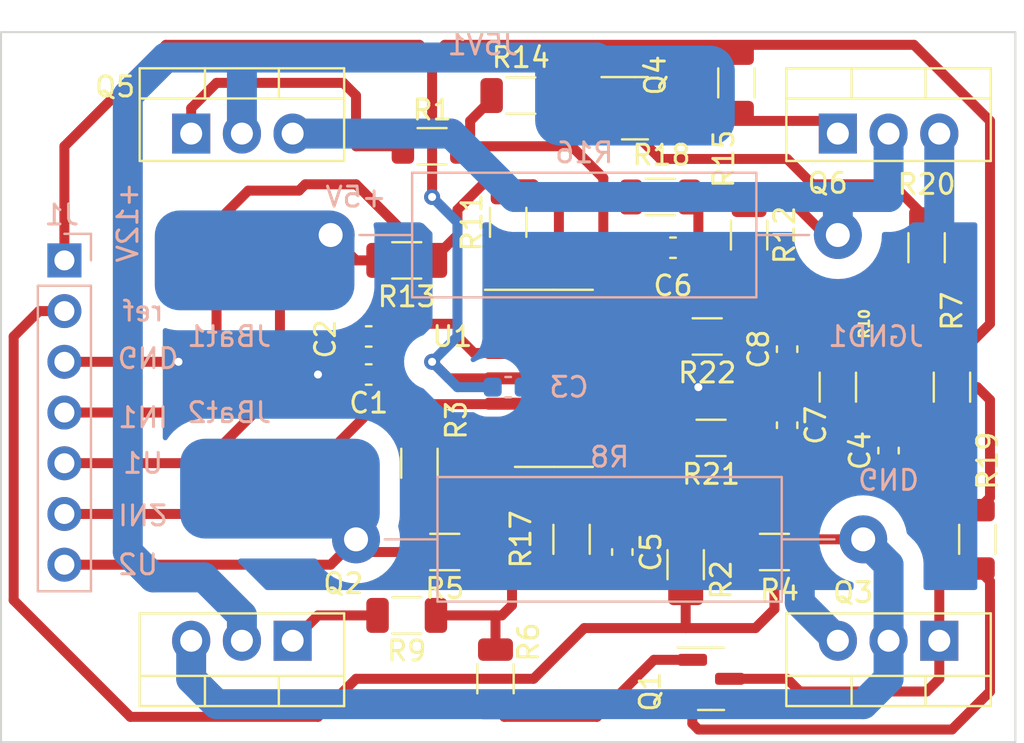
<source format=kicad_pcb>
(kicad_pcb (version 20211014) (generator pcbnew)
  (layers (0 "F.Cu" signal) (31 "B.Cu" signal) (34 "B.Paste" user) (35 "F.Paste" user) (36 "B.SilkS" user "B.Silkscreen") (37 "F.SilkS" user "F.Silkscreen") (38 "B.Mask" user) (39 "F.Mask" user) (44 "Edge.Cuts" user))
  (net 0 "")
  (net 1 "+5V")
  (net 2 "Net-(Q2-Pad3)")
  (net 3 "GND")
  (net 4 "Net-(Q5-Pad3)")
  (net 5 "Net-(Q1-Pad1)")
  (net 6 "+12V")
  (net 7 "Net-(Q4-Pad1)")
  (net 8 "Net-(R1-Pad2)")
  (net 9 "IN2")
  (net 10 "IN1")
  (net 11 "ref")
  (net 12 "U1")
  (net 13 "U2")
  (net 14 "Net-(C5-Pad1)")
  (net 15 "Net-(R21-Pad2)")
  (net 16 "Net-(C6-Pad1)")
  (net 17 "Net-(R11-Pad2)")
  (net 18 "Net-(R3-Pad1)")
  (net 19 "Net-(R11-Pad1)")
  (net 20 "Net-(Q5-Pad1)")
  (net 21 "Net-(Q1-Pad3)")
  (net 22 "Net-(Q4-Pad3)")
  (net 23 "Net-(C5-Pad2)")
  (net 24 "Net-(C6-Pad2)")
  (net 25 "Net-(Q1-Pad2)")
  (net 26 "Net-(Q2-Pad1)")
  (net 27 "Net-(Q4-Pad2)")
  (net 28 "Net-(R17-Pad1)")
  (net 29 "Net-(C7-Pad2)")
  (net 30 "Net-(C8-Pad2)")
  (footprint "Resistor_SMD:R_1206_3216Metric" (layer "F.Cu") (at 170.815 103.505)
    (fp_text reference "R4" (at 0.254 1.905) (layer "F.SilkS"))
    (fp_text value "10k")
    (pad "1" smd roundrect (at -1.4625 0) (size 1.125 1.75) (layers "F.Cu" "F.Paste" "F.Mask") (roundrect_rratio 0.2222222222) (net 14 "Net-(C5-Pad1)"))
    (pad "2" smd roundrect (at 1.4625 0) (size 1.125 1.75) (layers "F.Cu" "F.Paste" "F.Mask") (roundrect_rratio 0.2222222222) (net 2 "Net-(Q2-Pad3)"))
  )
  (footprint "Resistor_SMD:R_1206_3216Metric" (layer "F.Cu") (at 152.4 88.9 180)
    (fp_text reference "R13" (at 0 -1.82) (layer "F.SilkS"))
    (fp_text value "10k")
    (pad "1" smd roundrect (at -1.4625 0 180) (size 1.125 1.75) (layers "F.Cu" "F.Paste" "F.Mask") (roundrect_rratio 0.2222222222) (net 17 "Net-(R11-Pad2)"))
    (pad "2" smd roundrect (at 1.4625 0 180) (size 1.125 1.75) (layers "F.Cu" "F.Paste" "F.Mask") (roundrect_rratio 0.2222222222) (net 12 "U1"))
  )
  (footprint "Resistor_SMD:R_1206_3216Metric" (layer "F.Cu") (at 180.975 102.87 -90)
    (fp_text reference "R19" (at -3.937 -0.508 90) (layer "F.SilkS"))
    (fp_text value "2.2k")
    (pad "1" smd roundrect (at -1.4625 0 270) (size 1.125 1.75) (layers "F.Cu" "F.Paste" "F.Mask") (roundrect_rratio 0.2222222222) (net 3 "GND"))
    (pad "2" smd roundrect (at 1.4625 0 270) (size 1.125 1.75) (layers "F.Cu" "F.Paste" "F.Mask") (roundrect_rratio 0.2222222222) (net 25 "Net-(Q1-Pad2)"))
  )
  (footprint "Package_SO:SOIC-14_3.9x8.7mm_P1.27mm" (layer "F.Cu") (at 159.77 94.8075)
    (fp_text reference "U1" (at -5.084 -2.0975) (layer "F.SilkS"))
    (fp_text value "LM324")
    (pad "1" smd roundrect (at -2.475 -3.81) (size 1.95 0.6) (layers "F.Cu" "F.Paste" "F.Mask") (net 19 "Net-(R11-Pad1)"))
    (pad "2" smd roundrect (at -2.475 -2.54) (size 1.95 0.6) (layers "F.Cu" "F.Paste" "F.Mask") (net 19 "Net-(R11-Pad1)"))
    (pad "3" smd roundrect (at -2.475 -1.27) (size 1.95 0.6) (layers "F.Cu" "F.Paste" "F.Mask") (net 10 "IN1"))
    (pad "4" smd roundrect (at -2.475 0) (size 1.95 0.6) (layers "F.Cu" "F.Paste" "F.Mask") (net 6 "+12V"))
    (pad "5" smd roundrect (at -2.475 1.27) (size 1.95 0.6) (layers "F.Cu" "F.Paste" "F.Mask") (net 9 "IN2"))
    (pad "6" smd roundrect (at -2.475 2.54) (size 1.95 0.6) (layers "F.Cu" "F.Paste" "F.Mask") (net 18 "Net-(R3-Pad1)"))
    (pad "7" smd roundrect (at -2.475 3.81) (size 1.95 0.6) (layers "F.Cu" "F.Paste" "F.Mask") (net 18 "Net-(R3-Pad1)"))
    (pad "8" smd roundrect (at 2.475 3.81) (size 1.95 0.6) (layers "F.Cu" "F.Paste" "F.Mask") (net 28 "Net-(R17-Pad1)"))
    (pad "9" smd roundrect (at 2.475 2.54) (size 1.95 0.6) (layers "F.Cu" "F.Paste" "F.Mask") (net 14 "Net-(C5-Pad1)"))
    (pad "10" smd roundrect (at 2.475 1.27) (size 1.95 0.6) (layers "F.Cu" "F.Paste" "F.Mask") (net 15 "Net-(R21-Pad2)"))
    (pad "11" smd roundrect (at 2.475 0) (size 1.95 0.6) (layers "F.Cu" "F.Paste" "F.Mask") (net 3 "GND"))
    (pad "12" smd roundrect (at 2.475 -1.27) (size 1.95 0.6) (layers "F.Cu" "F.Paste" "F.Mask") (net 17 "Net-(R11-Pad2)"))
    (pad "13" smd roundrect (at 2.475 -2.54) (size 1.95 0.6) (layers "F.Cu" "F.Paste" "F.Mask") (net 16 "Net-(C6-Pad1)"))
    (pad "14" smd roundrect (at 2.475 -3.81) (size 1.95 0.6) (layers "F.Cu" "F.Paste" "F.Mask") (net 8 "Net-(R1-Pad2)"))
  )
  (footprint "Resistor_SMD:R_1206_3216Metric" (layer "F.Cu") (at 165.1 85.725)
    (fp_text reference "R18" (at 0.0575 -2.0975) (layer "F.SilkS"))
    (fp_text value "22k")
    (pad "1" smd roundrect (at -1.4625 0) (size 1.125 1.75) (layers "F.Cu" "F.Paste" "F.Mask") (roundrect_rratio 0.2222222222) (net 8 "Net-(R1-Pad2)"))
    (pad "2" smd roundrect (at 1.4625 0) (size 1.125 1.75) (layers "F.Cu" "F.Paste" "F.Mask") (roundrect_rratio 0.2222222222) (net 24 "Net-(C6-Pad2)"))
  )
  (footprint "Package_TO_SOT_THT:TO-220-3_Vertical" (layer "F.Cu") (at 141.605 82.55)
    (fp_text reference "Q5" (at -3.81 -2.342) (layer "F.SilkS"))
    (fp_text value "IRF3205")
    (pad "1" thru_hole rect (at 0 0) (size 1.905 2) (drill 1.1) (layers *.Cu *.Mask) (net 20 "Net-(Q5-Pad1)"))
    (pad "2" thru_hole oval (at 2.54 0) (size 1.905 2) (drill 1.1) (layers *.Cu *.Mask) (net 1 "+5V"))
    (pad "3" thru_hole oval (at 5.08 0) (size 1.905 2) (drill 1.1) (layers *.Cu *.Mask) (net 4 "Net-(Q5-Pad3)"))
  )
  (footprint "Resistor_SMD:R_1206_3216Metric" (layer "F.Cu") (at 179.705 95.25 90)
    (fp_text reference "R7" (at 3.81 0 90) (layer "F.SilkS"))
    (fp_text value "10k")
    (pad "1" smd roundrect (at -1.4625 0 90) (size 1.125 1.75) (layers "F.Cu" "F.Paste" "F.Mask") (roundrect_rratio 0.2222222222) (net 21 "Net-(Q1-Pad3)"))
    (pad "2" smd roundrect (at 1.4625 0 90) (size 1.125 1.75) (layers "F.Cu" "F.Paste" "F.Mask") (roundrect_rratio 0.2222222222) (net 6 "+12V"))
  )
  (footprint "Resistor_SMD:R_1206_3216Metric" (layer "F.Cu") (at 153.035 99.06 -90)
    (fp_text reference "R3" (at -2.159 -1.8435 90) (layer "F.SilkS"))
    (fp_text value "22k")
    (pad "1" smd roundrect (at -1.4625 0 270) (size 1.125 1.75) (layers "F.Cu" "F.Paste" "F.Mask") (roundrect_rratio 0.2222222222) (net 18 "Net-(R3-Pad1)"))
    (pad "2" smd roundrect (at 1.4625 0 270) (size 1.125 1.75) (layers "F.Cu" "F.Paste" "F.Mask") (roundrect_rratio 0.2222222222) (net 15 "Net-(R21-Pad2)"))
  )
  (footprint "Package_TO_SOT_SMD:SOT-23" (layer "F.Cu") (at 163.83 81.28)
    (fp_text reference "Q4" (at 1.016 -1.651 90) (layer "F.SilkS"))
    (fp_text value "BC846B")
    (pad "1" smd roundrect (at -0.9375 -0.95) (size 1.475 0.6) (layers "F.Cu" "F.Paste" "F.Mask") (net 7 "Net-(Q4-Pad1)"))
    (pad "2" smd roundrect (at -0.9375 0.95) (size 1.475 0.6) (layers "F.Cu" "F.Paste" "F.Mask") (net 27 "Net-(Q4-Pad2)"))
    (pad "3" smd roundrect (at 0.9375 0) (size 1.475 0.6) (layers "F.Cu" "F.Paste" "F.Mask") (net 22 "Net-(Q4-Pad3)"))
  )
  (footprint "Resistor_SMD:R_1206_3216Metric" (layer "F.Cu") (at 169.545 87.63 90)
    (fp_text reference "R12" (at 0 1.778 90) (layer "F.SilkS"))
    (fp_text value "10k")
    (pad "1" smd roundrect (at -1.4625 0 90) (size 1.125 1.75) (layers "F.Cu" "F.Paste" "F.Mask") (roundrect_rratio 0.2222222222) (net 16 "Net-(C6-Pad1)"))
    (pad "2" smd roundrect (at 1.4625 0 90) (size 1.125 1.75) (layers "F.Cu" "F.Paste" "F.Mask") (roundrect_rratio 0.2222222222) (net 4 "Net-(Q5-Pad3)"))
  )
  (footprint "Resistor_SMD:R_1206_3216Metric" (layer "F.Cu") (at 167.4475 92.71 180)
    (fp_text reference "R22" (at 0 -1.82) (layer "F.SilkS"))
    (fp_text value "22k")
    (pad "1" smd roundrect (at -1.4625 0 180) (size 1.125 1.75) (layers "F.Cu" "F.Paste" "F.Mask") (roundrect_rratio 0.2222222222) (net 30 "Net-(C8-Pad2)"))
    (pad "2" smd roundrect (at 1.4625 0 180) (size 1.125 1.75) (layers "F.Cu" "F.Paste" "F.Mask") (roundrect_rratio 0.2222222222) (net 17 "Net-(R11-Pad2)"))
  )
  (footprint "Resistor_SMD:R_1206_3216Metric" (layer "F.Cu") (at 168.91 80.01 90)
    (fp_text reference "R15" (at -3.81 -0.635 90) (layer "F.SilkS"))
    (fp_text value "10k")
    (pad "1" smd roundrect (at -1.4625 0 90) (size 1.125 1.75) (layers "F.Cu" "F.Paste" "F.Mask") (roundrect_rratio 0.2222222222) (net 22 "Net-(Q4-Pad3)"))
    (pad "2" smd roundrect (at 1.4625 0 90) (size 1.125 1.75) (layers "F.Cu" "F.Paste" "F.Mask") (roundrect_rratio 0.2222222222) (net 6 "+12V"))
  )
  (footprint "Resistor_SMD:R_1206_3216Metric" (layer "F.Cu") (at 157.48 86.995 90)
    (fp_text reference "R11" (at 0 -1.82 90) (layer "F.SilkS"))
    (fp_text value "22k")
    (pad "1" smd roundrect (at -1.4625 0 90) (size 1.125 1.75) (layers "F.Cu" "F.Paste" "F.Mask") (roundrect_rratio 0.2222222222) (net 19 "Net-(R11-Pad1)"))
    (pad "2" smd roundrect (at 1.4625 0 90) (size 1.125 1.75) (layers "F.Cu" "F.Paste" "F.Mask") (roundrect_rratio 0.2222222222) (net 17 "Net-(R11-Pad2)"))
  )
  (footprint "Resistor_SMD:R_1206_3216Metric" (layer "F.Cu") (at 167.64 97.79 180)
    (fp_text reference "R21" (at 0 -1.82) (layer "F.SilkS"))
    (fp_text value "22k")
    (pad "1" smd roundrect (at -1.4625 0 180) (size 1.125 1.75) (layers "F.Cu" "F.Paste" "F.Mask") (roundrect_rratio 0.2222222222) (net 29 "Net-(C7-Pad2)"))
    (pad "2" smd roundrect (at 1.4625 0 180) (size 1.125 1.75) (layers "F.Cu" "F.Paste" "F.Mask") (roundrect_rratio 0.2222222222) (net 15 "Net-(R21-Pad2)"))
  )
  (footprint "Resistor_SMD:R_1206_3216Metric" (layer "F.Cu") (at 152.4 106.68)
    (fp_text reference "R9" (at 0 1.778) (layer "F.SilkS"))
    (fp_text value "1k")
    (pad "1" smd roundrect (at -1.4625 0) (size 1.125 1.75) (layers "F.Cu" "F.Paste" "F.Mask") (roundrect_rratio 0.2222222222) (net 26 "Net-(Q2-Pad1)"))
    (pad "2" smd roundrect (at 1.4625 0) (size 1.125 1.75) (layers "F.Cu" "F.Paste" "F.Mask") (roundrect_rratio 0.2222222222) (net 28 "Net-(R17-Pad1)"))
  )
  (footprint "Package_TO_SOT_THT:TO-220-3_Vertical" (layer "F.Cu") (at 179.07 107.95 180)
    (fp_text reference "Q3" (at 4.318 2.413) (layer "F.SilkS"))
    (fp_text value "IRF3205")
    (pad "1" thru_hole rect (at 0 0 180) (size 1.905 2) (drill 1.1) (layers *.Cu *.Mask) (net 21 "Net-(Q1-Pad3)"))
    (pad "2" thru_hole oval (at 2.54 0 180) (size 1.905 2) (drill 1.1) (layers *.Cu *.Mask) (net 2 "Net-(Q2-Pad3)"))
    (pad "3" thru_hole oval (at 5.08 0 180) (size 1.905 2) (drill 1.1) (layers *.Cu *.Mask) (net 3 "GND"))
  )
  (footprint "Capacitor_SMD:C_0603_1608Metric" (layer "F.Cu") (at 176.53 98.425 90)
    (fp_text reference "C4" (at 0 -1.43 90) (layer "F.SilkS"))
    (fp_text value "1u")
    (pad "1" smd roundrect (at -0.775 0 90) (size 0.9 0.95) (layers "F.Cu" "F.Paste" "F.Mask") (net 11 "ref"))
    (pad "2" smd roundrect (at 0.775 0 90) (size 0.9 0.95) (layers "F.Cu" "F.Paste" "F.Mask") (net 3 "GND"))
  )
  (footprint "Capacitor_SMD:C_0603_1608Metric" (layer "F.Cu") (at 165.735 88.265)
    (fp_text reference "C6" (at 0 1.905) (layer "F.SilkS"))
    (fp_text value "1u")
    (pad "1" smd roundrect (at -0.775 0) (size 0.9 0.95) (layers "F.Cu" "F.Paste" "F.Mask") (net 16 "Net-(C6-Pad1)"))
    (pad "2" smd roundrect (at 0.775 0) (size 0.9 0.95) (layers "F.Cu" "F.Paste" "F.Mask") (net 24 "Net-(C6-Pad2)"))
  )
  (footprint "Package_TO_SOT_THT:TO-220-3_Vertical" (layer "F.Cu") (at 173.99 82.55)
    (fp_text reference "Q6" (at -0.508 2.484) (layer "F.SilkS"))
    (fp_text value "IRF3205")
    (pad "1" thru_hole rect (at 0 0) (size 1.905 2) (drill 1.1) (layers *.Cu *.Mask) (net 22 "Net-(Q4-Pad3)"))
    (pad "2" thru_hole oval (at 2.54 0) (size 1.905 2) (drill 1.1) (layers *.Cu *.Mask) (net 4 "Net-(Q5-Pad3)"))
    (pad "3" thru_hole oval (at 5.08 0) (size 1.905 2) (drill 1.1) (layers *.Cu *.Mask) (net 3 "GND"))
  )
  (footprint "Capacitor_SMD:C_0603_1608Metric" (layer "F.Cu") (at 150.495 94.615 180)
    (fp_text reference "C1" (at 0 -1.43) (layer "F.SilkS"))
    (fp_text value "1u")
    (pad "1" smd roundrect (at -0.775 0 180) (size 0.9 0.95) (layers "F.Cu" "F.Paste" "F.Mask") (net 9 "IN2"))
    (pad "2" smd roundrect (at 0.775 0 180) (size 0.9 0.95) (layers "F.Cu" "F.Paste" "F.Mask") (net 3 "GND"))
  )
  (footprint "Package_TO_SOT_THT:TO-220-3_Vertical" (layer "F.Cu") (at 146.685 107.95 180)
    (fp_text reference "Q2" (at -2.54 2.865) (layer "F.SilkS"))
    (fp_text value "IRF3205")
    (pad "1" thru_hole rect (at 0 0 180) (size 1.905 2) (drill 1.1) (layers *.Cu *.Mask) (net 26 "Net-(Q2-Pad1)"))
    (pad "2" thru_hole oval (at 2.54 0 180) (size 1.905 2) (drill 1.1) (layers *.Cu *.Mask) (net 1 "+5V"))
    (pad "3" thru_hole oval (at 5.08 0 180) (size 1.905 2) (drill 1.1) (layers *.Cu *.Mask) (net 2 "Net-(Q2-Pad3)"))
  )
  (footprint "Capacitor_SMD:C_0603_1608Metric" (layer "F.Cu") (at 163.195 103.505 -90)
    (fp_text reference "C5" (at 0 -1.43 90) (layer "F.SilkS"))
    (fp_text value "1u")
    (pad "1" smd roundrect (at -0.775 0 270) (size 0.9 0.95) (layers "F.Cu" "F.Paste" "F.Mask") (net 14 "Net-(C5-Pad1)"))
    (pad "2" smd roundrect (at 0.775 0 270) (size 0.9 0.95) (layers "F.Cu" "F.Paste" "F.Mask") (net 23 "Net-(C5-Pad2)"))
  )
  (footprint "Capacitor_SMD:C_0603_1608Metric" (layer "F.Cu") (at 171.45 97.155 -90)
    (fp_text reference "C7" (at 0 -1.43 90) (layer "F.SilkS"))
    (fp_text value "1u")
    (pad "1" smd roundrect (at -0.775 0 270) (size 0.9 0.95) (layers "F.Cu" "F.Paste" "F.Mask") (net 3 "GND"))
    (pad "2" smd roundrect (at 0.775 0 270) (size 0.9 0.95) (layers "F.Cu" "F.Paste" "F.Mask") (net 29 "Net-(C7-Pad2)"))
  )
  (footprint "Resistor_SMD:R_1206_3216Metric" (layer "F.Cu") (at 166.37 104.14 90)
    (fp_text reference "R2" (at -0.762 1.778 90) (layer "F.SilkS"))
    (fp_text value "22k")
    (pad "1" smd roundrect (at -1.4625 0 90) (size 1.125 1.75) (layers "F.Cu" "F.Paste" "F.Mask") (roundrect_rratio 0.2222222222) (net 11 "ref"))
    (pad "2" smd roundrect (at 1.4625 0 90) (size 1.125 1.75) (layers "F.Cu" "F.Paste" "F.Mask") (roundrect_rratio 0.2222222222) (net 14 "Net-(C5-Pad1)"))
  )
  (footprint "Capacitor_SMD:C_0603_1608Metric" (layer "F.Cu") (at 171.45 93.345 90)
    (fp_text reference "C8" (at 0 -1.43 90) (layer "F.SilkS"))
    (fp_text value "1u")
    (pad "1" smd roundrect (at -0.775 0 90) (size 0.9 0.95) (layers "F.Cu" "F.Paste" "F.Mask") (net 3 "GND"))
    (pad "2" smd roundrect (at 0.775 0 90) (size 0.9 0.95) (layers "F.Cu" "F.Paste" "F.Mask") (net 30 "Net-(C8-Pad2)"))
  )
  (footprint "Resistor_SMD:R_1206_3216Metric" (layer "F.Cu") (at 160.655 102.87 -90)
    (fp_text reference "R17" (at 0 2.54 90) (layer "F.SilkS"))
    (fp_text value "22k")
    (pad "1" smd roundrect (at -1.4625 0 270) (size 1.125 1.75) (layers "F.Cu" "F.Paste" "F.Mask") (roundrect_rratio 0.2222222222) (net 28 "Net-(R17-Pad1)"))
    (pad "2" smd roundrect (at 1.4625 0 270) (size 1.125 1.75) (layers "F.Cu" "F.Paste" "F.Mask") (roundrect_rratio 0.2222222222) (net 23 "Net-(C5-Pad2)"))
  )
  (footprint "Resistor_SMD:R_1206_3216Metric" (layer "F.Cu") (at 158.115 80.645 180)
    (fp_text reference "R14" (at 0 1.905 180) (layer "F.SilkS"))
    (fp_text value "10k")
    (pad "1" smd roundrect (at -1.4625 0 180) (size 1.125 1.75) (layers "F.Cu" "F.Paste" "F.Mask") (roundrect_rratio 0.2222222222) (net 7 "Net-(Q4-Pad1)"))
    (pad "2" smd roundrect (at 1.4625 0 180) (size 1.125 1.75) (layers "F.Cu" "F.Paste" "F.Mask") (roundrect_rratio 0.2222222222) (net 8 "Net-(R1-Pad2)"))
  )
  (footprint "Resistor_SMD:R_1206_3216Metric" (layer "F.Cu") (at 154.305 103.505 180)
    (fp_text reference "R5" (at 0 -1.82) (layer "F.SilkS"))
    (fp_text value "10k")
    (pad "1" smd roundrect (at -1.4625 0 180) (size 1.125 1.75) (layers "F.Cu" "F.Paste" "F.Mask") (roundrect_rratio 0.2222222222) (net 15 "Net-(R21-Pad2)"))
    (pad "2" smd roundrect (at 1.4625 0 180) (size 1.125 1.75) (layers "F.Cu" "F.Paste" "F.Mask") (roundrect_rratio 0.2222222222) (net 13 "U2"))
  )
  (footprint "Resistor_SMD:R_1206_3216Metric" (layer "F.Cu") (at 178.435 88.265 90)
    (fp_text reference "R20" (at 3.175 0) (layer "F.SilkS"))
    (fp_text value "2.2k")
    (pad "1" smd roundrect (at -1.4625 0 90) (size 1.125 1.75) (layers "F.Cu" "F.Paste" "F.Mask") (roundrect_rratio 0.2222222222) (net 3 "GND"))
    (pad "2" smd roundrect (at 1.4625 0 90) (size 1.125 1.75) (layers "F.Cu" "F.Paste" "F.Mask") (roundrect_rratio 0.2222222222) (net 27 "Net-(Q4-Pad2)"))
  )
  (footprint "Resistor_SMD:R_1206_3216Metric" (layer "F.Cu") (at 173.99 95.25 90)
    (fp_text reference "R10" (at 3.175 1.3275 90) (layer "F.SilkS") (effects (font (size 0.5 0.5) (thickness 0.125))))
    (fp_text value "22k")
    (pad "1" smd roundrect (at -1.4625 0 90) (size 1.125 1.75) (layers "F.Cu" "F.Paste" "F.Mask") (roundrect_rratio 0.2222222222) (net 11 "ref"))
    (pad "2" smd roundrect (at 1.4625 0 90) (size 1.125 1.75) (layers "F.Cu" "F.Paste" "F.Mask") (roundrect_rratio 0.2222222222) (net 16 "Net-(C6-Pad1)"))
  )
  (footprint "Resistor_SMD:R_1206_3216Metric" (layer "F.Cu") (at 156.845 109.855 90)
    (fp_text reference "R6" (at 1.8395 1.651 90) (layer "F.SilkS"))
    (fp_text value "10k")
    (pad "1" smd roundrect (at -1.4625 0 90) (size 1.125 1.75) (layers "F.Cu" "F.Paste" "F.Mask") (roundrect_rratio 0.2222222222) (net 5 "Net-(Q1-Pad1)"))
    (pad "2" smd roundrect (at 1.4625 0 90) (size 1.125 1.75) (layers "F.Cu" "F.Paste" "F.Mask") (roundrect_rratio 0.2222222222) (net 28 "Net-(R17-Pad1)"))
  )
  (footprint "Package_TO_SOT_SMD:SOT-23" (layer "F.Cu") (at 167.64 109.855)
    (fp_text reference "Q1" (at -3.048 0.635 90) (layer "F.SilkS"))
    (fp_text value "BC846B")
    (pad "1" smd roundrect (at -0.9375 -0.95) (size 1.475 0.6) (layers "F.Cu" "F.Paste" "F.Mask") (net 5 "Net-(Q1-Pad1)"))
    (pad "2" smd roundrect (at -0.9375 0.95) (size 1.475 0.6) (layers "F.Cu" "F.Paste" "F.Mask") (net 25 "Net-(Q1-Pad2)"))
    (pad "3" smd roundrect (at 0.9375 0) (size 1.475 0.6) (layers "F.Cu" "F.Paste" "F.Mask") (net 21 "Net-(Q1-Pad3)"))
  )
  (footprint "Resistor_SMD:R_1206_3216Metric" (layer "F.Cu") (at 153.67 83.185)
    (fp_text reference "R1" (at 0 -1.82) (layer "F.SilkS"))
    (fp_text value "1k")
    (pad "1" smd roundrect (at -1.4625 0) (size 1.125 1.75) (layers "F.Cu" "F.Paste" "F.Mask") (roundrect_rratio 0.2222222222) (net 20 "Net-(Q5-Pad1)"))
    (pad "2" smd roundrect (at 1.4625 0) (size 1.125 1.75) (layers "F.Cu" "F.Paste" "F.Mask") (roundrect_rratio 0.2222222222) (net 8 "Net-(R1-Pad2)"))
  )
  (footprint "Capacitor_SMD:C_0603_1608Metric" (layer "F.Cu") (at 150.495 92.71 180)
    (fp_text reference "C2" (at 2.172 -0.127 90) (layer "F.SilkS"))
    (fp_text value "1u")
    (pad "1" smd roundrect (at -0.775 0 180) (size 0.9 0.95) (layers "F.Cu" "F.Paste" "F.Mask") (net 10 "IN1"))
    (pad "2" smd roundrect (at 0.775 0 180) (size 0.9 0.95) (layers "F.Cu" "F.Paste" "F.Mask") (net 3 "GND"))
  )
  (footprint "Capacitor_SMD:C_0603_1608Metric" (layer "B.Cu") (at 157.48 95.25)
    (fp_text reference "C3" (at 3.048 0) (layer "B.SilkS") (effects (justify mirror)))
    (fp_text value "1u")
    (pad "1" smd roundrect (at -0.775 0) (size 0.9 0.95) (layers "B.Cu" "B.Paste" "B.Mask") (net 6 "+12V"))
    (pad "2" smd roundrect (at 0.775 0) (size 0.9 0.95) (layers "B.Cu" "B.Paste" "B.Mask") (net 3 "GND"))
  )
  (footprint "Resistor_THT:R_Axial_DIN0617_L17.0mm_D6.0mm_P25.40mm_Horizontal" (layer "B.Cu") (at 175.26 102.87 180)
    (fp_text reference "R8" (at 12.7 4.12) (layer "B.SilkS") (effects (justify mirror)))
    (fp_text value "0.22")
    (pad "1" thru_hole circle (at 0 0 180) (size 2.4 2.4) (drill 1.2) (layers *.Cu *.Mask) (net 2 "Net-(Q2-Pad3)"))
    (pad "2" thru_hole oval (at 25.4 0 180) (size 2.4 2.4) (drill 1.2) (layers *.Cu *.Mask) (net 13 "U2"))
  )
  (footprint "Channel:PowerPad" (layer "B.Cu") (at 163.83 80.645 180)
    (fp_text reference "J5V1" (at 7.62 2.54 unlocked) (layer "B.SilkS") (effects (justify mirror)))
    (fp_text value "Conn_01x01_Male")
    (pad "1" smd roundrect (at 0 0 180) (size 10 5) (layers "B.Cu" "B.Paste" "B.Mask") (net 1 "+5V"))
  )
  (footprint "Connector_PinHeader_2.54mm:PinHeader_1x07_P2.54mm_Vertical" (layer "B.Cu") (at 135.255 88.9 180)
    (fp_text reference "J1" (at 0.127 2.281) (layer "B.SilkS") (effects (justify mirror)))
    (fp_text value "Conn_01x07_Male" hide)
    (pad "1" thru_hole rect (at 0 0 180) (size 1.7 1.7) (drill 1) (layers *.Cu *.Mask) (net 6 "+12V"))
    (pad "2" thru_hole oval (at 0 -2.54 180) (size 1.7 1.7) (drill 1) (layers *.Cu *.Mask) (net 11 "ref"))
    (pad "3" thru_hole oval (at 0 -5.08 180) (size 1.7 1.7) (drill 1) (layers *.Cu *.Mask) (net 3 "GND"))
    (pad "4" thru_hole oval (at 0 -7.62 180) (size 1.7 1.7) (drill 1) (layers *.Cu *.Mask) (net 10 "IN1"))
    (pad "5" thru_hole oval (at 0 -10.16 180) (size 1.7 1.7) (drill 1) (layers *.Cu *.Mask) (net 12 "U1"))
    (pad "6" thru_hole oval (at 0 -12.7 180) (size 1.7 1.7) (drill 1) (layers *.Cu *.Mask) (net 9 "IN2"))
    (pad "7" thru_hole oval (at 0 -15.24 180) (size 1.7 1.7) (drill 1) (layers *.Cu *.Mask) (net 13 "U2"))
  )
  (footprint "Channel:PowerPad" (layer "B.Cu") (at 144.78 88.9 180)
    (fp_text reference "JBat1" (at 1.27 -3.81 unlocked) (layer "B.SilkS") (effects (justify mirror)))
    (fp_text value "Conn_01x01_Male")
    (pad "1" smd roundrect (at 0 0 180) (size 10 5) (layers "B.Cu" "B.Paste" "B.Mask") (net 12 "U1"))
  )
  (footprint "Channel:PowerPad" (layer "B.Cu") (at 146.05 100.33 180)
    (fp_text reference "JBat2" (at 2.54 3.81 unlocked) (layer "B.SilkS") (effects (justify mirror)))
    (fp_text value "Conn_01x01_Male")
    (pad "1" smd roundrect (at 0 0 180) (size 10 5) (layers "B.Cu" "B.Paste" "B.Mask") (net 13 "U2"))
  )
  (footprint "Resistor_THT:R_Axial_DIN0617_L17.0mm_D6.0mm_P25.40mm_Horizontal" (layer "B.Cu") (at 173.99 87.63 180)
    (fp_text reference "R16" (at 12.7 4.12) (layer "B.SilkS") (effects (justify mirror)))
    (fp_text value "0.22")
    (pad "1" thru_hole circle (at 0 0 180) (size 2.4 2.4) (drill 1.2) (layers *.Cu *.Mask) (net 4 "Net-(Q5-Pad3)"))
    (pad "2" thru_hole oval (at 25.4 0 180) (size 2.4 2.4) (drill 1.2) (layers *.Cu *.Mask) (net 12 "U1"))
  )
  (footprint "Channel:PowerPad" (layer "B.Cu") (at 175.895 96.52 180)
    (fp_text reference "JGND1" (at 0 3.81 unlocked) (layer "B.SilkS") (effects (justify mirror)))
    (fp_text value "Conn_01x01_Male")
    (pad "1" smd roundrect (at 0 0 180) (size 10 5) (layers "B.Cu" "B.Paste" "B.Mask") (net 3 "GND"))
  )
  (gr_rect (start 132.08 77.47) (end 182.88 113.03) (layer "Edge.Cuts") (width 0.1) (fill none))
  (gr_text "IN1" (at 139.192 96.774) (layer "B.SilkS") (effects (font (size 1 1)) (justify mirror)))
  (gr_text "+5V\n" (at 149.86 85.725) (layer "B.SilkS") (effects (font (size 1 1)) (justify mirror)))
  (gr_text "U2\n" (at 138.938 104.14) (layer "B.SilkS") (effects (font (size 1 1)) (justify mirror)))
  (gr_text "ref" (at 139.192 91.44) (layer "B.SilkS") (effects (font (size 1 1)) (justify mirror)))
  (gr_text "GND" (at 176.53 99.822 180) (layer "B.SilkS") (effects (font (size 1 1)) (justify mirror)))
  (gr_text "U1" (at 139.192 99.06) (layer "B.SilkS") (effects (font (size 1 1)) (justify mirror)))
  (gr_text "IN2" (at 139.192 101.6 180) (layer "B.SilkS") (effects (font (size 1 1)) (justify mirror)))
  (gr_text "GND\n" (at 139.446 93.726 180) (layer "B.SilkS") (effects (font (size 1 1)) (justify mirror)))
  (gr_text "+12V\n" (at 138.43 86.995 90) (layer "B.SilkS") (effects (font (size 1 1)) (justify mirror)))
  (segment (start 144.145 106.68) (end 142.24 104.775) (width 1.5) (layer "B.Cu") (net 1))
  (segment (start 144.145 107.95) (end 144.145 106.68) (width 1.5) (layer "B.Cu") (net 1))
  (segment (start 144.145 79.375) (end 144.145 82.55) (width 1.5) (layer "B.Cu") (net 1))
  (segment (start 142.24 104.775) (end 139.7 104.775) (width 1.5) (layer "B.Cu") (net 1))
  (segment (start 138.43 103.505) (end 138.43 80.645) (width 1.5) (layer "B.Cu") (net 1))
  (segment (start 140.335 78.74) (end 161.925 78.74) (width 1.5) (layer "B.Cu") (net 1))
  (segment (start 161.925 78.74) (end 163.83 80.645) (width 1.5) (layer "B.Cu") (net 1))
  (segment (start 139.7 104.775) (end 138.43 103.505) (width 1.5) (layer "B.Cu") (net 1))
  (segment (start 138.43 80.645) (end 140.335 78.74) (width 1.5) (layer "B.Cu") (net 1))
  (segment (start 172.2775 103.505) (end 172.9125 102.87) (width 0.5) (layer "F.Cu") (net 2))
  (segment (start 172.9125 102.87) (end 175.26 102.87) (width 0.5) (layer "F.Cu") (net 2))
  (segment (start 176.53 104.14) (end 175.26 102.87) (width 1.5) (layer "B.Cu") (net 2))
  (segment (start 176.53 107.95) (end 176.53 104.14) (width 1.5) (layer "B.Cu") (net 2))
  (segment (start 175.26 111.125) (end 142.875 111.125) (width 1.5) (layer "B.Cu") (net 2))
  (segment (start 142.875 111.125) (end 141.605 109.855) (width 1.5) (layer "B.Cu") (net 2))
  (segment (start 176.53 109.855) (end 175.26 111.125) (width 1.5) (layer "B.Cu") (net 2))
  (segment (start 141.605 109.855) (end 141.605 107.95) (width 1.5) (layer "B.Cu") (net 2))
  (segment (start 176.53 107.95) (end 176.53 109.855) (width 1.5) (layer "B.Cu") (net 2))
  (segment (start 147.955 93.345) (end 148.59 92.71) (width 0.5) (layer "F.Cu") (net 3))
  (segment (start 178.435 91.44) (end 178.435 89.7275) (width 0.5) (layer "F.Cu") (net 3))
  (segment (start 180.975 101.4075) (end 181.61 100.7725) (width 0.5) (layer "F.Cu") (net 3))
  (segment (start 166.5625 94.8075) (end 162.245 94.8075) (width 0.5) (layer "F.Cu") (net 3))
  (segment (start 171.45 96.38) (end 171.45 95.885) (width 0.5) (layer "F.Cu") (net 3))
  (segment (start 181.61 100.7725) (end 181.61 95.885) (width 0.5) (layer "F.Cu") (net 3))
  (segment (start 176.53 97.65) (end 176.53 95.25) (width 0.5) (layer "F.Cu") (net 3))
  (segment (start 181.61 95.885) (end 180.975 95.25) (width 0.5) (layer "F.Cu") (net 3))
  (segment (start 177.8 95.25) (end 177.8 92.075) (width 0.5) (layer "F.Cu") (net 3))
  (segment (start 171.45 94.12) (end 171.45 95.885) (width 0.5) (layer "F.Cu") (net 3))
  (segment (start 148.59 92.71) (end 149.72 92.71) (width 0.5) (layer "F.Cu") (net 3))
  (segment (start 180.975 95.25) (end 177.8 95.25) (width 0.5) (layer "F.Cu") (net 3))
  (segment (start 177.8 92.075) (end 178.435 91.44) (width 0.5) (layer "F.Cu") (net 3))
  (segment (start 147.955 94.615) (end 149.72 94.615) (width 0.5) (layer "F.Cu") (net 3))
  (segment (start 167.005 95.25) (end 166.5625 94.8075) (width 0.5) (layer "F.Cu") (net 3))
  (segment (start 140.97 93.98) (end 135.255 93.98) (width 0.5) (layer "F.Cu") (net 3))
  (segment (start 147.955 94.615) (end 147.955 93.345) (width 0.5) (layer "F.Cu") (net 3))
  (segment (start 177.8 95.25) (end 176.53 95.25) (width 0.5) (layer "F.Cu") (net 3))
  (segment (start 167.005 95.25) (end 176.53 95.25) (width 0.5) (layer "F.Cu") (net 3))
  (segment (start 171.45 95.885) (end 171.45 96.52) (width 0.5) (layer "F.Cu") (net 3))
  (via (at 167.005 95.25) (size 0.8) (drill 0.4) (layers "F.Cu" "B.Cu") (net 3))
  (via (at 147.955 94.615) (size 0.8) (drill 0.4) (layers "F.Cu" "B.Cu") (net 3))
  (via (at 140.97 93.98) (size 0.8) (drill 0.4) (layers "F.Cu" "B.Cu") (net 3))
  (segment (start 172.085 106.045) (end 172.085 104.775) (width 1.5) (layer "B.Cu") (net 3))
  (segment (start 179.07 82.55) (end 179.07 89.535) (width 1.5) (layer "B.Cu") (net 3))
  (segment (start 173.99 107.95) (end 172.085 106.045) (width 1.5) (layer "B.Cu") (net 3))
  (segment (start 173.355 87.63) (end 173.99 87.63) (width 0.5) (layer "F.Cu") (net 4))
  (segment (start 169.545 86.1675) (end 171.8925 86.1675) (width 0.5) (layer "F.Cu") (net 4))
  (segment (start 171.8925 86.1675) (end 173.355 87.63) (width 0.5) (layer "F.Cu") (net 4))
  (segment (start 176.53 85.725) (end 173.99 85.725) (width 1.5) (layer "B.Cu") (net 4))
  (segment (start 173.99 85.725) (end 173.99 87.63) (width 1.5) (layer "B.Cu") (net 4))
  (segment (start 154.6225 82.55) (end 157.7975 85.725) (width 1.5) (layer "B.Cu") (net 4))
  (segment (start 176.53 82.55) (end 176.53 85.725) (width 1.5) (layer "B.Cu") (net 4))
  (segment (start 157.7975 85.725) (end 176.53 85.725) (width 1.5) (layer "B.Cu") (net 4))
  (segment (start 146.685 82.55) (end 154.6225 82.55) (width 1.5) (layer "B.Cu") (net 4))
  (segment (start 157.2875 111.76) (end 161.925 111.76) (width 0.5) (layer "F.Cu") (net 5))
  (segment (start 164.78 108.905) (end 166.7025 108.905) (width 0.5) (layer "F.Cu") (net 5))
  (segment (start 156.845 111.3175) (end 157.2875 111.76) (width 0.5) (layer "F.Cu") (net 5))
  (segment (start 161.925 111.76) (end 164.78 108.905) (width 0.5) (layer "F.Cu") (net 5))
  (segment (start 179.705 93.7875) (end 179.8975 93.7875) (width 0.5) (layer "F.Cu") (net 6))
  (segment (start 179.8975 93.7875) (end 181.61 92.075) (width 0.5) (layer "F.Cu") (net 6))
  (segment (start 154.305 78.105) (end 153.67 78.74) (width 0.5) (layer "F.Cu") (net 6))
  (segment (start 153.67 85.725) (end 153.67 78.74) (width 0.5) (layer "F.Cu") (net 6))
  (segment (start 177.8 78.105) (end 154.305 78.105) (width 0.5) (layer "F.Cu") (net 6))
  (segment (start 153.035 78.105) (end 140.335 78.105) (width 0.5) (layer "F.Cu") (net 6))
  (segment (start 181.61 92.075) (end 181.61 81.915) (width 0.5) (layer "F.Cu") (net 6))
  (segment (start 181.61 81.915) (end 177.8 78.105) (width 0.5) (layer "F.Cu") (net 6))
  (segment (start 153.67 93.98) (end 154.4975 94.8075) (width 0.5) (layer "F.Cu") (net 6))
  (segment (start 153.67 78.74) (end 153.035 78.105) (width 0.5) (layer "F.Cu") (net 6))
  (segment (start 140.335 78.105) (end 135.255 83.185) (width 0.5) (layer "F.Cu") (net 6))
  (segment (start 135.255 83.185) (end 135.255 88.9) (width 0.5) (layer "F.Cu") (net 6))
  (segment (start 154.4975 94.8075) (end 157.295 94.8075) (width 0.5) (layer "F.Cu") (net 6))
  (via (at 153.67 85.725) (size 0.8) (drill 0.4) (layers "F.Cu" "B.Cu") (net 6))
  (via (at 153.67 93.98) (size 0.8) (drill 0.4) (layers "F.Cu" "B.Cu") (net 6))
  (segment (start 154.94 92.71) (end 154.94 86.995) (width 0.5) (layer "B.Cu") (net 6))
  (segment (start 153.67 93.98) (end 154.94 92.71) (width 0.5) (layer "B.Cu") (net 6))
  (segment (start 154.94 86.995) (end 153.67 85.725) (width 0.5) (layer "B.Cu") (net 6))
  (segment (start 153.67 93.98) (end 154.94 95.25) (width 0.5) (layer "B.Cu") (net 6))
  (segment (start 154.94 95.25) (end 156.705 95.25) (width 0.5) (layer "B.Cu") (net 6))
  (segment (start 160.655 80.645) (end 159.5775 80.645) (width 0.5) (layer "F.Cu") (net 7))
  (segment (start 162.8925 80.33) (end 160.97 80.33) (width 0.5) (layer "F.Cu") (net 7))
  (segment (start 160.97 80.33) (end 160.655 80.645) (width 0.5) (layer "F.Cu") (net 7))
  (segment (start 162.565 85.725) (end 162.245 86.045) (width 0.5) (layer "F.Cu") (net 8))
  (segment (start 156.6525 80.8375) (end 155.575 81.915) (width 0.5) (layer "F.Cu") (net 8))
  (segment (start 160.655 83.185) (end 155.575 83.185) (width 0.5) (layer "F.Cu") (net 8))
  (segment (start 162.245 89.215) (end 162.245 86.045) (width 0.5) (layer "F.Cu") (net 8))
  (segment (start 156.6525 80.645) (end 156.6525 80.8375) (width 0.5) (layer "F.Cu") (net 8))
  (segment (start 163.6375 85.725) (end 162.565 85.725) (width 0.5) (layer "F.Cu") (net 8))
  (segment (start 162.245 90.9975) (end 162.245 89.85) (width 0.5) (layer "F.Cu") (net 8))
  (segment (start 155.575 81.915) (end 155.575 83.185) (width 0.5) (layer "F.Cu") (net 8))
  (segment (start 162.245 84.775) (end 160.655 83.185) (width 0.5) (layer "F.Cu") (net 8))
  (segment (start 162.245 86.045) (end 162.245 84.775) (width 0.5) (layer "F.Cu") (net 8))
  (segment (start 162.245 89.85) (end 162.245 89.215) (width 0.5) (layer "F.Cu") (net 8))
  (segment (start 155.575 83.185) (end 155.1325 83.185) (width 0.5) (layer "F.Cu") (net 8))
  (segment (start 147.955 99.06) (end 150.915 96.1) (width 0.5) (layer "F.Cu") (net 9))
  (segment (start 151.835 94.615) (end 152.4 95.18) (width 0.5) (layer "F.Cu") (net 9))
  (segment (start 135.255 101.6) (end 142.24 101.6) (width 0.5) (layer "F.Cu") (net 9))
  (segment (start 157.2725 96.1) (end 157.295 96.0775) (width 0.5) (layer "F.Cu") (net 9))
  (segment (start 144.78 99.06) (end 147.955 99.06) (width 0.5) (layer "F.Cu") (net 9))
  (segment (start 152.4 95.18) (end 152.4 96.1) (width 0.5) (layer "F.Cu") (net 9))
  (segment (start 150.915 96.1) (end 157.2725 96.1) (width 0.5) (layer "F.Cu") (net 9))
  (segment (start 151.27 94.615) (end 151.835 94.615) (width 0.5) (layer "F.Cu") (net 9))
  (segment (start 142.24 101.6) (end 144.78 99.06) (width 0.5) (layer "F.Cu") (net 9))
  (segment (start 151.27 92.71) (end 152.4 92.71) (width 0.5) (layer "F.Cu") (net 10))
  (segment (start 154.94 92.71) (end 155.7675 93.5375) (width 0.5) (layer "F.Cu") (net 10))
  (segment (start 152.4 90.17) (end 152.4 87.63) (width 0.5) (layer "F.Cu") (net 10))
  (segment (start 155.7675 93.5375) (end 157.295 93.5375) (width 0.5) (layer "F.Cu") (net 10))
  (segment (start 152.4 92.71) (end 153.035 92.075) (width 0.5) (layer "F.Cu") (net 10))
  (segment (start 153.035 92.075) (end 153.035 90.805) (width 0.5) (layer "F.Cu") (net 10))
  (segment (start 142.875 86.995) (end 142.875 94.615) (width 0.5) (layer "F.Cu") (net 10))
  (segment (start 147.0025 85.4075) (end 144.4625 85.4075) (width 0.5) (layer "F.Cu") (net 10))
  (segment (start 152.4 87.63) (end 149.86 85.09) (width 0.5) (layer "F.Cu") (net 10))
  (segment (start 142.875 94.615) (end 140.97 96.52) (width 0.5) (layer "F.Cu") (net 10))
  (segment (start 140.97 96.52) (end 135.255 96.52) (width 0.5) (layer "F.Cu") (net 10))
  (segment (start 149.86 85.09) (end 147.32 85.09) (width 0.5) (layer "F.Cu") (net 10))
  (segment (start 147.32 85.09) (end 147.0025 85.4075) (width 0.5) (layer "F.Cu") (net 10))
  (segment (start 154.94 92.71) (end 154.94 92.075) (width 0.5) (layer "F.Cu") (net 10))
  (segment (start 153.035 90.805) (end 152.4 90.17) (width 0.5) (layer "F.Cu") (net 10))
  (segment (start 153.035 92.075) (end 154.94 92.075) (width 0.5) (layer "F.Cu") (net 10))
  (segment (start 144.4625 85.4075) (end 142.875 86.995) (width 0.5) (layer "F.Cu") (net 10))
  (segment (start 173.99 99.695) (end 173.99 96.7125) (width 0.5) (layer "F.Cu") (net 11))
  (segment (start 166.37 107.315) (end 169.8625 107.315) (width 0.5) (layer "F.Cu") (net 11))
  (segment (start 149.86 109.855) (end 158.75 109.855) (width 0.5) (layer "F.Cu") (net 11))
  (segment (start 161.29 107.315) (end 166.37 107.315) (width 0.5) (layer "F.Cu") (net 11))
  (segment (start 176.035 99.695) (end 176.53 99.2) (width 0.5) (layer "F.Cu") (net 11))
  (segment (start 147.955 111.76) (end 149.86 109.855) (width 0.5) (layer "F.Cu") (net 11))
  (segment (start 166.37 105.6025) (end 166.37 107.315) (width 0.5) (layer "F.Cu") (net 11))
  (segment (start 172.085 99.695) (end 173.99 99.695) (width 0.5) (layer "F.Cu") (net 11))
  (segment (start 158.75 109.855) (end 161.29 107.315) (width 0.5) (layer "F.Cu") (net 11))
  (segment (start 132.715 105.918) (end 138.557 111.76) (width 0.5) (layer "F.Cu") (net 11))
  (segment (start 138.557 111.76) (end 147.955 111.76) (width 0.5) (layer "F.Cu") (net 11))
  (segment (start 170.815 100.965) (end 172.085 99.695) (width 0.5) (layer "F.Cu") (net 11))
  (segment (start 169.8625 107.315) (end 170.815 106.3625) (width 0.5) (layer "F.Cu") (net 11))
  (segment (start 132.715 92.71) (end 132.715 105.918) (width 0.5) (layer "F.Cu") (net 11))
  (segment (start 173.99 99.695) (end 176.035 99.695) (width 0.5) (layer "F.Cu") (net 11))
  (segment (start 133.985 91.44) (end 132.715 92.71) (width 0.5) (layer "F.Cu") (net 11))
  (segment (start 170.815 106.3625) (end 170.815 100.965) (width 0.5) (layer "F.Cu") (net 11))
  (segment (start 135.255 91.44) (end 133.985 91.44) (width 0.5) (layer "F.Cu") (net 11))
  (segment (start 148.59 87.63) (end 149.86 88.9) (width 0.5) (layer "F.Cu") (net 12))
  (segment (start 148.59 87.63) (end 146.05 90.17) (width 0.5) (layer "F.Cu") (net 12))
  (segment (start 146.05 95.25) (end 142.245 99.055) (width 0.5) (layer "F.Cu") (net 12))
  (segment (start 135.26 99.055) (end 135.255 99.06) (width 0.5) (layer "F.Cu") (net 12))
  (segment (start 149.86 88.9) (end 150.9375 88.9) (width 0.5) (layer "F.Cu") (net 12))
  (segment (start 142.245 99.055) (end 135.26 99.055) (width 0.5) (layer "F.Cu") (net 12))
  (segment (start 146.05 90.17) (end 146.05 95.25) (width 0.5) (layer "F.Cu") (net 12))
  (segment (start 135.255 104.14) (end 148.59 104.14) (width 0.5) (layer "F.Cu") (net 13))
  (segment (start 150.495 103.505) (end 152.8425 103.505) (width 0.5) (layer "F.Cu") (net 13))
  (segment (start 149.86 102.87) (end 150.495 103.505) (width 0.5) (layer "F.Cu") (net 13))
  (segment (start 148.59 104.14) (end 149.86 102.87) (width 0.5) (layer "F.Cu") (net 13))
  (segment (start 146.05 100.33) (end 147.32 100.33) (width 1.5) (layer "B.Cu") (net 13))
  (segment (start 147.32 100.33) (end 149.86 102.87) (width 1.5) (layer "B.Cu") (net 13))
  (segment (start 163.83 100.965) (end 164.465 100.965) (width 0.5) (layer "F.Cu") (net 14))
  (segment (start 163.195 101.6) (end 163.83 100.965) (width 0.5) (layer "F.Cu") (net 14))
  (segment (start 166.37 101.6) (end 167.005 101.6) (width 0.5) (layer "F.Cu") (net 14))
  (segment (start 166.37 102.6775) (end 166.37 101.6) (width 0.5) (layer "F.Cu") (net 14))
  (segment (start 164.1365 97.8425) (end 163.6415 97.3475) (width 0.5) (layer "F.Cu") (net 14))
  (segment (start 167.005 101.6) (end 168.91 101.6) (width 0.5) (layer "F.Cu") (net 14))
  (segment (start 163.195 102.73) (end 163.195 101.6) (width 0.5) (layer "F.Cu") (net 14))
  (segment (start 169.3525 102.0425) (end 169.3525 103.505) (width 0.5) (layer "F.Cu") (net 14))
  (segment (start 164.465 100.33) (end 164.465 100.965) (width 0.5) (layer "F.Cu") (net 14))
  (segment (start 168.91 101.6) (end 169.3525 102.0425) (width 0.5) (layer "F.Cu") (net 14))
  (segment (start 164.465 100.33) (end 164.465 99.06) (width 0.5) (layer "F.Cu") (net 14))
  (segment (start 163.6415 97.3475) (end 162.245 97.3475) (width 0.5) (layer "F.Cu") (net 14))
  (segment (start 164.465 100.965) (end 165.1 101.6) (width 0.5) (layer "F.Cu") (net 14))
  (segment (start 164.465 99.06) (end 164.465 98.171) (width 0.5) (layer "F.Cu") (net 14))
  (segment (start 164.465 98.171) (end 164.1365 97.8425) (width 0.5) (layer "F.Cu") (net 14))
  (segment (start 165.1 101.6) (end 167.005 101.6) (width 0.5) (layer "F.Cu") (net 14))
  (segment (start 158.75 100.33) (end 159.52 99.56) (width 0.5) (layer "F.Cu") (net 15))
  (segment (start 159.52 96.52) (end 159.9625 96.0775) (width 0.5) (layer "F.Cu") (net 15))
  (segment (start 159.52 99.56) (end 159.52 96.52) (width 0.5) (layer "F.Cu") (net 15))
  (segment (start 153.4775 100.965) (end 155.575 100.965) (width 0.5) (layer "F.Cu") (net 15))
  (segment (start 155.7675 103.505) (end 155.7675 101.1575) (width 0.5) (layer "F.Cu") (net 15))
  (segment (start 153.035 100.5225) (end 153.4775 100.965) (width 0.5) (layer "F.Cu") (net 15))
  (segment (start 155.575 100.965) (end 156.21 100.33) (width 0.5) (layer "F.Cu") (net 15))
  (segment (start 156.21 100.33) (end 158.75 100.33) (width 0.5) (layer "F.Cu") (net 15))
  (segment (start 164.6575 96.0775) (end 162.245 96.0775) (width 0.5) (layer "F.Cu") (net 15))
  (segment (start 166.1775 97.5975) (end 164.6575 96.0775) (width 0.5) (layer "F.Cu") (net 15))
  (segment (start 155.7675 101.1575) (end 155.575 100.965) (width 0.5) (layer "F.Cu") (net 15))
  (segment (start 166.1775 97.79) (end 166.1775 97.5975) (width 0.5) (layer "F.Cu") (net 15))
  (segment (start 159.9625 96.0775) (end 162.245 96.0775) (width 0.5) (layer "F.Cu") (net 15))
  (segment (start 172.085 90.17) (end 168.91 90.17) (width 0.5) (layer "F.Cu") (net 16))
  (segment (start 164.465 91.1225) (end 163.32 92.2675) (width 0.5) (layer "F.Cu") (net 16))
  (segment (start 168.91 90.17) (end 164.465 90.17) (width 0.5) (layer "F.Cu") (net 16))
  (segment (start 164.465 88.76) (end 164.465 90.17) (width 0.5) (layer "F.Cu") (net 16))
  (segment (start 173.99 93.7875) (end 173.99 92.075) (width 0.5) (layer "F.Cu") (net 16))
  (segment (start 163.32 92.2675) (end 162.245 92.2675) (width 0.5) (layer "F.Cu") (net 16))
  (segment (start 169.545 89.0925) (end 169.545 90.17) (width 0.5) (layer "F.Cu") (net 16))
  (segment (start 164.465 90.17) (end 164.465 91.1225) (width 0.5) (layer "F.Cu") (net 16))
  (segment (start 173.99 92.075) (end 172.085 90.17) (width 0.5) (layer "F.Cu") (net 16))
  (segment (start 169.545 90.17) (end 168.91 90.17) (width 0.5) (layer "F.Cu") (net 16))
  (segment (start 164.96 88.265) (end 164.465 88.76) (width 0.5) (layer "F.Cu") (net 16))
  (segment (start 153.8625 88.9) (end 153.8625 88.7075) (width 0.5) (layer "F.Cu") (net 17))
  (segment (start 164.2725 93.5375) (end 165.1 92.71) (width 0.5) (layer "F.Cu") (net 17))
  (segment (start 160.02 86.36) (end 160.02 92.730514) (width 0.5) (layer "F.Cu") (net 17))
  (segment (start 158.75 85.09) (end 160.02 86.36) (width 0.5) (layer "F.Cu") (net 17))
  (segment (start 153.8625 88.7075) (end 154.94 87.63) (width 0.5) (layer "F.Cu") (net 17))
  (segment (start 156.21 85.09) (end 158.75 85.09) (width 0.5) (layer "F.Cu") (net 17))
  (segment (start 154.94 86.36) (end 156.21 85.09) (width 0.5) (layer "F.Cu") (net 17))
  (segment (start 154.94 87.63) (end 154.94 86.36) (width 0.5) (layer "F.Cu") (net 17))
  (segment (start 160.02 92.730514) (end 160.826986 93.5375) (width 0.5) (layer "F.Cu") (net 17))
  (segment (start 162.245 93.5375) (end 164.2725 93.5375) (width 0.5) (layer "F.Cu") (net 17))
  (segment (start 165.1 92.71) (end 165.985 92.71) (width 0.5) (layer "F.Cu") (net 17))
  (segment (start 160.826986 93.5375) (end 162.245 93.5375) (width 0.5) (layer "F.Cu") (net 17))
  (segment (start 153.285 97.3475) (end 153.035 97.5975) (width 0.5) (layer "F.Cu") (net 18))
  (segment (start 157.295 97.3475) (end 153.285 97.3475) (width 0.5) (layer "F.Cu") (net 18))
  (segment (start 157.295 97.3475) (end 157.295 98.6175) (width 0.5) (layer "F.Cu") (net 18))
  (segment (start 157.4225 90.87) (end 157.295 90.9975) (width 0.5) (layer "F.Cu") (net 19))
  (segment (start 157.295 92.2675) (end 157.295 88.6425) (width 0.5) (layer "F.Cu") (net 19))
  (segment (start 157.295 88.6425) (end 157.48 88.4575) (width 0.5) (layer "F.Cu") (net 19))
  (segment (start 141.605 82.55) (end 141.605 81.28) (width 0.5) (layer "F.Cu") (net 20))
  (segment (start 149.86 83.185) (end 152.2075 83.185) (width 0.5) (layer "F.Cu") (net 20))
  (segment (start 149.86 80.645) (end 149.86 83.185) (width 0.5) (layer "F.Cu") (net 20))
  (segment (start 149.225 80.01) (end 149.86 80.645) (width 0.5) (layer "F.Cu") (net 20))
  (segment (start 141.605 81.28) (end 142.875 80.01) (width 0.5) (layer "F.Cu") (net 20))
  (segment (start 142.875 80.01) (end 149.225 80.01) (width 0.5) (layer "F.Cu") (net 20))
  (segment (start 179.07 97.3475) (end 179.07 107.95) (width 0.5) (layer "F.Cu") (net 21))
  (segment (start 172.085 110.49) (end 178.435 110.49) (width 0.5) (layer "F.Cu") (net 21))
  (segment (start 171.45 109.855) (end 172.085 110.49) (width 0.5) (layer "F.Cu") (net 21))
  (segment (start 179.07 109.855) (end 179.07 107.95) (width 0.5) (layer "F.Cu") (net 21))
  (segment (start 168.5775 109.855) (end 171.45 109.855) (width 0.5) (layer "F.Cu") (net 21))
  (segment (start 178.435 110.49) (end 179.07 109.855) (width 0.5) (layer "F.Cu") (net 21))
  (segment (start 179.705 96.7125) (end 179.07 97.3475) (width 0.5) (layer "F.Cu") (net 21))
  (segment (start 166.37 81.28) (end 167.005 81.915) (width 0.5) (layer "F.Cu") (net 22))
  (segment (start 167.005 81.915) (end 173.355 81.915) (width 0.5) (layer "F.Cu") (net 22))
  (segment (start 173.355 81.915) (end 173.99 82.55) (width 0.5) (layer "F.Cu") (net 22))
  (segment (start 164.7675 81.28) (end 166.37 81.28) (width 0.5) (layer "F.Cu") (net 22))
  (segment (start 160.655 104.3325) (end 163.0025 104.3325) (width 0.5) (layer "F.Cu") (net 23))
  (segment (start 163.055 104.28) (end 163.195 104.28) (width 0.5) (layer "F.Cu") (net 23))
  (segment (start 163.0025 104.3325) (end 163.055 104.28) (width 0.5) (layer "F.Cu") (net 23))
  (segment (start 166.51 88.125) (end 167.005 87.63) (width 0.5) (layer "F.Cu") (net 24))
  (segment (start 167.005 86.1675) (end 166.5625 85.725) (width 0.5) (layer "F.Cu") (net 24))
  (segment (start 167.005 87.63) (end 167.005 86.1675) (width 0.5) (layer "F.Cu") (net 24))
  (segment (start 166.51 88.265) (end 166.51 88.125) (width 0.5) (layer "F.Cu") (net 24))
  (segment (start 167.005 112.395) (end 166.7025 112.0925) (width 0.5) (layer "F.Cu") (net 25))
  (segment (start 166.7025 112.0925) (end 166.7025 110.805) (width 0.5) (layer "F.Cu") (net 25))
  (segment (start 181.61 110.49) (end 179.705 112.395) (width 0.5) (layer "F.Cu") (net 25))
  (segment (start 181.61 104.9675) (end 181.61 110.49) (width 0.5) (layer "F.Cu") (net 25))
  (segment (start 179.705 112.395) (end 167.005 112.395) (width 0.5) (layer "F.Cu") (net 25))
  (segment (start 180.975 104.3325) (end 181.61 104.9675) (width 0.5) (layer "F.Cu") (net 25))
  (segment (start 147.955 106.68) (end 146.685 107.95) (width 0.5) (layer "F.Cu") (net 26))
  (segment (start 150.9375 106.68) (end 147.955 106.68) (width 0.5) (layer "F.Cu") (net 26))
  (segment (start 165.1 83.82) (end 171.45 83.82) (width 0.5) (layer "F.Cu") (net 27))
  (segment (start 171.45 83.82) (end 172.72 85.09) (width 0.5) (layer "F.Cu") (net 27))
  (segment (start 172.72 85.09) (end 176.7225 85.09) (width 0.5) (layer "F.Cu") (net 27))
  (segment (start 163.51 82.23) (end 165.1 83.82) (width 0.5) (layer "F.Cu") (net 27))
  (segment (start 176.7225 85.09) (end 178.435 86.8025) (width 0.5) (layer "F.Cu") (net 27))
  (segment (start 162.8925 82.23) (end 163.51 82.23) (width 0.5) (layer "F.Cu") (net 27))
  (segment (start 156.845 108.3925) (end 156.845 106.68) (width 0.5) (layer "F.Cu") (net 28))
  (segment (start 162.245 98.6175) (end 162.245 99.375) (width 0.5) (layer "F.Cu") (net 28))
  (segment (start 157.1625 106.68) (end 157.6725 106.17) (width 0.5) (layer "F.Cu") (net 28))
  (segment (start 162.245 99.375) (end 160.655 100.965) (width 0.5) (layer "F.Cu") (net 28))
  (segment (start 160.655 100.965) (end 160.655 101.4075) (width 0.5) (layer "F.Cu") (net 28))
  (segment (start 157.6725 103.21625) (end 159.48125 101.4075) (width 0.5) (layer "F.Cu") (net 28))
  (segment (start 156.845 106.68) (end 157.1625 106.68) (width 0.5) (layer "F.Cu") (net 28))
  (segment (start 159.48125 101.4075) (end 160.655 101.4075) (width 0.5) (layer "F.Cu") (net 28))
  (segment (start 153.8625 106.68) (end 156.845 106.68) (width 0.5) (layer "F.Cu") (net 28))
  (segment (start 157.6725 106.17) (end 157.6725 103.21625) (width 0.5) (layer "F.Cu") (net 28))
  (segment (start 169.2425 97.93) (end 169.1025 97.79) (width 0.5) (layer "F.Cu") (net 29))
  (segment (start 171.45 97.93) (end 169.2425 97.93) (width 0.5) (layer "F.Cu") (net 29))
  (segment (start 171.31 92.71) (end 171.45 92.57) (width 0.5) (layer "F.Cu") (net 30))
  (segment (start 168.91 92.71) (end 171.31 92.71) (width 0.5) (layer "F.Cu") (net 30))
  (zone (net 3) (net_name "GND") (layer "B.Cu") (connect_pads yes (clearance 1)) (min_thickness 0.254) (fill yes (thermal_gap 0.508) (thermal_bridge_width 0.508))
    (polygon (pts (xy 180.975 105.41) (xy 138.43 105.41) (xy 138.43 86.995) (xy 180.975 86.995)))
  )
)
</source>
